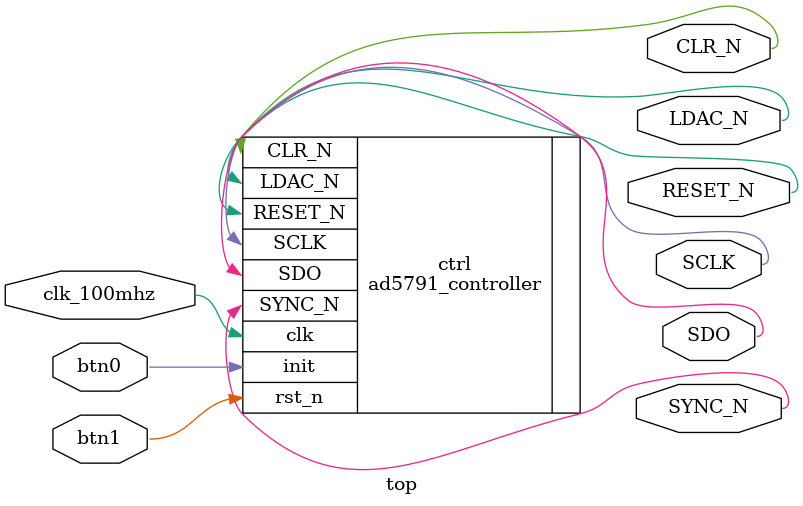
<source format=v>
`timescale 1ns / 1ps

module top (
    input  clk_100mhz,
    input  btn0,
    input  btn1,
    output SCLK,
    output SDO,
    output SYNC_N,
    output LDAC_N,
    output RESET_N,
    output CLR_N
);
    ad5791_controller ctrl (
        .clk(clk_100mhz),
        .init(btn0),
        .rst_n(btn1),
        .SCLK(SCLK),
        .SDO(SDO),
        .SYNC_N(SYNC_N),
        .LDAC_N(LDAC_N),
        .RESET_N(RESET_N),
        .CLR_N(CLR_N)
    );
endmodule

</source>
